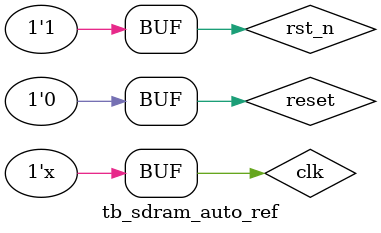
<source format=v>
`timescale 1ns / 1ps


module tb_sdram_auto_ref(

    );
    
    reg          clk             ;
    wire         clk_100M        ;
    wire         clk_100M_shift  ;
    wire         clk_50M         ;
    wire         locked          ;
    reg          rst_n           ;
    
    //复位信号与锁定信号相与,表示真正有效的复位
    wire         locked_rst_n    ;
    reg          aref_en         ;
    
    //自动刷新模块输出
    wire         aref_req        ;
    wire [3:0]   aref_cmd        ;
    wire [12:0]  aref_addr       ;
    wire [1:0]   aref_bank_addr  ;
    wire         aref_end        ;
    
    //初始化模块输出
    wire [3:0]   init_cmd        ;
    wire [12:0]  init_addr       ;
    wire [1:0]   init_bank_addr  ;
    wire         init_end        ;   
    
    //输入到SDRAM仿真模型的信号
    wire [3:0]   sdram_cmd        ;
    wire [12:0]  sdram_addr       ;
    wire [1:0]   sdram_bank_addr  ;
    
    //重定义sdram仿真模型参数
    defparam sdram_model_plus_init.addr_bits = 13;
    defparam sdram_model_plus_init.data_bits = 16;
    defparam sdram_model_plus_init.col_bits = 9;
    defparam sdram_model_plus_init.mem_sizes = 2*1024*1024;
    
    //选择输入到SDRAM仿真模型的数据源
    assign  sdram_cmd       = (init_end)? aref_cmd      : init_cmd      ;
    assign  sdram_addr      = (init_end)? aref_addr     : init_addr     ;
    assign  sdram_bank_addr = (init_end)? aref_bank_addr: init_bank_addr;
    
    
    //复位信号与锁定信号相与
    assign locked_rst_n = rst_n & locked;
    assign reset = ~rst_n;
    
    initial begin
        clk = 1'b1;
        rst_n <= 1'b0;
    #20
        rst_n <= 1'b1;
    end
    
    always#10 clk = ~clk;
    
    
   //时钟生成IP核
   clk_gen clk_gen_inst
   (
        // Clock out ports
        .clk_50M(clk_50M),                  // output clk_50M
        .clk_100M(clk_100M),                // output clk_100M
        .clk_100M_shift(clk_100M_shift),    // output clk_100M_shift
        
        // Status and control signals
        .reset(reset),                      // input reset
        .locked(locked),                    // output locked
        // Clock in ports
        .clk_in1(clk)  //50M时钟输入
    
    ); 
    
    //aref_en
    //相当于起到仲裁模块的作用
    always@(posedge clk_100M or negedge locked_rst_n) begin
        if(!locked_rst_n) begin
            aref_en <= 1'b0;
        end else if(init_end && aref_req) begin
            aref_en <= 1'b1;
        end else if(aref_end) begin
            aref_en <= 1'b0;
        end else begin
            aref_en <= aref_en;
        end
    end
    
    
    //自动刷新模块
    sdram_auto_ref sdram_auto_ref_inst(
        .clk             (clk_100M      ),
        .rst_n           (locked_rst_n  ),
        .init_end        (init_end      ),   //初始化结束标志
        .aref_en         (aref_en       ),   //仲裁模块判定可以进行自动刷新

        .aref_req        (aref_req      ),   //输出到仲裁模块的刷新请求
        .aref_cmd        (aref_cmd      ),   //输出命令
        .aref_addr       (aref_addr     ),   //地址总线
        .aref_bank_addr  (aref_bank_addr),   //bank 地址
        .aref_end        (aref_end      )    //自动刷新完成标志
    );
    
    
    //初始化模块
    sdram_init sdram_init_inst(
        .clk             (clk_100M      ),  //100MHz
        .rst_n           (locked_rst_n  ),
                          
        .init_cmd        (init_cmd      ),
        .init_bank_addr  (init_bank_addr),
        .init_end        (init_end      ),
        .init_addr       (init_addr     )
    );
    
    
    
    
    

    //sdram仿真模块
    sdram_model_plus sdram_model_plus_init
    (
        .Dq      (),  //初始化时没有数据交互,先不连接
        .Addr    (sdram_addr),  
        .Ba      (sdram_bank_addr), 
        .Clk     (clk_100M_shift),   //使用有相位偏移的时钟
        .Cke     (1'b1), 
        .Cs_n    (sdram_cmd[3]), 
        .Ras_n   (sdram_cmd[2]), 
        .Cas_n   (sdram_cmd[1]), 
        .We_n    (sdram_cmd[0]), 
        .Dqm     (2'b00),  //相当于不使用掩码
        .Debug   (1'b1)
    );
endmodule

</source>
